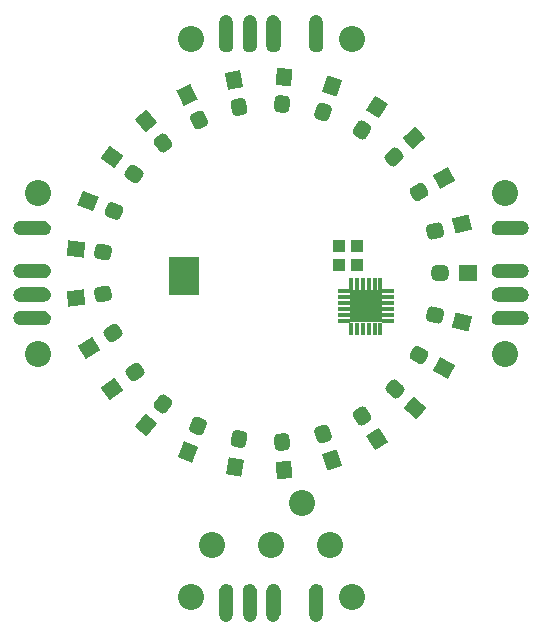
<source format=gts>
G04*
G04 #@! TF.GenerationSoftware,Altium Limited,Altium Designer,23.8.1 (32)*
G04*
G04 Layer_Color=8388736*
%FSLAX44Y44*%
%MOMM*%
G71*
G04*
G04 #@! TF.SameCoordinates,569DF6A4-0AC1-4917-97B5-21C436C54E36*
G04*
G04*
G04 #@! TF.FilePolarity,Negative*
G04*
G01*
G75*
%ADD70R,2.7532X2.7532*%
%ADD71R,0.4532X1.0032*%
%ADD72R,1.0032X0.4532*%
G04:AMPARAMS|DCode=73|XSize=1.4532mm|YSize=1.3032mm|CornerRadius=0.3766mm|HoleSize=0mm|Usage=FLASHONLY|Rotation=260.143|XOffset=0mm|YOffset=0mm|HoleType=Round|Shape=RoundedRectangle|*
%AMROUNDEDRECTD73*
21,1,1.4532,0.5500,0,0,260.143*
21,1,0.7000,1.3032,0,0,260.143*
1,1,0.7532,-0.3309,-0.2978*
1,1,0.7532,-0.2110,0.3919*
1,1,0.7532,0.3309,0.2978*
1,1,0.7532,0.2110,-0.3919*
%
%ADD73ROUNDEDRECTD73*%
G04:AMPARAMS|DCode=74|XSize=1.4532mm|YSize=1.3032mm|CornerRadius=0mm|HoleSize=0mm|Usage=FLASHONLY|Rotation=260.143|XOffset=0mm|YOffset=0mm|HoleType=Round|Shape=Rectangle|*
%AMROTATEDRECTD74*
4,1,4,-0.5176,0.8274,0.7664,0.6043,0.5176,-0.8274,-0.7664,-0.6043,-0.5176,0.8274,0.0*
%
%ADD74ROTATEDRECTD74*%

G04:AMPARAMS|DCode=75|XSize=1.4532mm|YSize=1.3032mm|CornerRadius=0.3766mm|HoleSize=0mm|Usage=FLASHONLY|Rotation=230.400|XOffset=0mm|YOffset=0mm|HoleType=Round|Shape=RoundedRectangle|*
%AMROUNDEDRECTD75*
21,1,1.4532,0.5500,0,0,230.4*
21,1,0.7000,1.3032,0,0,230.4*
1,1,0.7532,-0.4350,-0.0944*
1,1,0.7532,0.0112,0.4450*
1,1,0.7532,0.4350,0.0944*
1,1,0.7532,-0.0112,-0.4450*
%
%ADD75ROUNDEDRECTD75*%
G04:AMPARAMS|DCode=76|XSize=1.4532mm|YSize=1.3032mm|CornerRadius=0mm|HoleSize=0mm|Usage=FLASHONLY|Rotation=230.400|XOffset=0mm|YOffset=0mm|HoleType=Round|Shape=Rectangle|*
%AMROTATEDRECTD76*
4,1,4,-0.0389,0.9752,0.9652,0.1445,0.0389,-0.9752,-0.9652,-0.1445,-0.0389,0.9752,0.0*
%
%ADD76ROTATEDRECTD76*%

G04:AMPARAMS|DCode=77|XSize=1.4532mm|YSize=1.3032mm|CornerRadius=0.3766mm|HoleSize=0mm|Usage=FLASHONLY|Rotation=72.000|XOffset=0mm|YOffset=0mm|HoleType=Round|Shape=RoundedRectangle|*
%AMROUNDEDRECTD77*
21,1,1.4532,0.5500,0,0,72.0*
21,1,0.7000,1.3032,0,0,72.0*
1,1,0.7532,0.3697,0.2479*
1,1,0.7532,0.1534,-0.4178*
1,1,0.7532,-0.3697,-0.2479*
1,1,0.7532,-0.1534,0.4178*
%
%ADD77ROUNDEDRECTD77*%
G04:AMPARAMS|DCode=78|XSize=1.4532mm|YSize=1.3032mm|CornerRadius=0mm|HoleSize=0mm|Usage=FLASHONLY|Rotation=72.000|XOffset=0mm|YOffset=0mm|HoleType=Round|Shape=Rectangle|*
%AMROTATEDRECTD78*
4,1,4,0.3952,-0.8924,-0.8442,-0.4897,-0.3952,0.8924,0.8442,0.4897,0.3952,-0.8924,0.0*
%
%ADD78ROTATEDRECTD78*%

G04:AMPARAMS|DCode=79|XSize=1.4532mm|YSize=1.3032mm|CornerRadius=0.3766mm|HoleSize=0mm|Usage=FLASHONLY|Rotation=302.400|XOffset=0mm|YOffset=0mm|HoleType=Round|Shape=RoundedRectangle|*
%AMROUNDEDRECTD79*
21,1,1.4532,0.5500,0,0,302.4*
21,1,0.7000,1.3032,0,0,302.4*
1,1,0.7532,-0.0447,-0.4429*
1,1,0.7532,-0.4197,0.1482*
1,1,0.7532,0.0447,0.4429*
1,1,0.7532,0.4197,-0.1482*
%
%ADD79ROUNDEDRECTD79*%
G04:AMPARAMS|DCode=80|XSize=1.4532mm|YSize=1.3032mm|CornerRadius=0mm|HoleSize=0mm|Usage=FLASHONLY|Rotation=302.400|XOffset=0mm|YOffset=0mm|HoleType=Round|Shape=Rectangle|*
%AMROTATEDRECTD80*
4,1,4,-0.9395,0.2643,0.1608,0.9626,0.9395,-0.2643,-0.1608,-0.9626,-0.9395,0.2643,0.0*
%
%ADD80ROTATEDRECTD80*%

G04:AMPARAMS|DCode=81|XSize=1.4532mm|YSize=1.3032mm|CornerRadius=0.3766mm|HoleSize=0mm|Usage=FLASHONLY|Rotation=316.800|XOffset=0mm|YOffset=0mm|HoleType=Round|Shape=RoundedRectangle|*
%AMROUNDEDRECTD81*
21,1,1.4532,0.5500,0,0,316.8*
21,1,0.7000,1.3032,0,0,316.8*
1,1,0.7532,0.0669,-0.4401*
1,1,0.7532,-0.4434,0.0391*
1,1,0.7532,-0.0669,0.4401*
1,1,0.7532,0.4434,-0.0391*
%
%ADD81ROUNDEDRECTD81*%
G04:AMPARAMS|DCode=82|XSize=1.4532mm|YSize=1.3032mm|CornerRadius=0mm|HoleSize=0mm|Usage=FLASHONLY|Rotation=316.800|XOffset=0mm|YOffset=0mm|HoleType=Round|Shape=Rectangle|*
%AMROTATEDRECTD82*
4,1,4,-0.9757,0.0224,-0.0836,0.9724,0.9757,-0.0224,0.0836,-0.9724,-0.9757,0.0224,0.0*
%
%ADD82ROTATEDRECTD82*%

G04:AMPARAMS|DCode=83|XSize=1.4532mm|YSize=1.3032mm|CornerRadius=0.3766mm|HoleSize=0mm|Usage=FLASHONLY|Rotation=331.200|XOffset=0mm|YOffset=0mm|HoleType=Round|Shape=RoundedRectangle|*
%AMROUNDEDRECTD83*
21,1,1.4532,0.5500,0,0,331.2*
21,1,0.7000,1.3032,0,0,331.2*
1,1,0.7532,0.1742,-0.4096*
1,1,0.7532,-0.4392,-0.0724*
1,1,0.7532,-0.1742,0.4096*
1,1,0.7532,0.4392,0.0724*
%
%ADD83ROUNDEDRECTD83*%
G04:AMPARAMS|DCode=84|XSize=1.4532mm|YSize=1.3032mm|CornerRadius=0mm|HoleSize=0mm|Usage=FLASHONLY|Rotation=331.200|XOffset=0mm|YOffset=0mm|HoleType=Round|Shape=Rectangle|*
%AMROTATEDRECTD84*
4,1,4,-0.9506,-0.2210,-0.3228,0.9210,0.9506,0.2210,0.3228,-0.9210,-0.9506,-0.2210,0.0*
%
%ADD84ROTATEDRECTD84*%

G04:AMPARAMS|DCode=85|XSize=1.4532mm|YSize=1.3032mm|CornerRadius=0.3766mm|HoleSize=0mm|Usage=FLASHONLY|Rotation=345.600|XOffset=0mm|YOffset=0mm|HoleType=Round|Shape=RoundedRectangle|*
%AMROUNDEDRECTD85*
21,1,1.4532,0.5500,0,0,345.6*
21,1,0.7000,1.3032,0,0,345.6*
1,1,0.7532,0.2706,-0.3534*
1,1,0.7532,-0.4074,-0.1793*
1,1,0.7532,-0.2706,0.3534*
1,1,0.7532,0.4074,0.1793*
%
%ADD85ROUNDEDRECTD85*%
G04:AMPARAMS|DCode=86|XSize=1.4532mm|YSize=1.3032mm|CornerRadius=0mm|HoleSize=0mm|Usage=FLASHONLY|Rotation=345.600|XOffset=0mm|YOffset=0mm|HoleType=Round|Shape=Rectangle|*
%AMROTATEDRECTD86*
4,1,4,-0.8658,-0.4504,-0.5417,0.8118,0.8658,0.4504,0.5417,-0.8118,-0.8658,-0.4504,0.0*
%
%ADD86ROTATEDRECTD86*%

G04:AMPARAMS|DCode=87|XSize=1.4532mm|YSize=1.3032mm|CornerRadius=0.3766mm|HoleSize=0mm|Usage=FLASHONLY|Rotation=0.008|XOffset=0mm|YOffset=0mm|HoleType=Round|Shape=RoundedRectangle|*
%AMROUNDEDRECTD87*
21,1,1.4532,0.5500,0,0,0.008*
21,1,0.7000,1.3032,0,0,0.008*
1,1,0.7532,0.3500,-0.2750*
1,1,0.7532,-0.3500,-0.2751*
1,1,0.7532,-0.3500,0.2750*
1,1,0.7532,0.3500,0.2751*
%
%ADD87ROUNDEDRECTD87*%
G04:AMPARAMS|DCode=88|XSize=1.4532mm|YSize=1.3032mm|CornerRadius=0mm|HoleSize=0mm|Usage=FLASHONLY|Rotation=0.008|XOffset=0mm|YOffset=0mm|HoleType=Round|Shape=Rectangle|*
%AMROTATEDRECTD88*
4,1,4,-0.7265,-0.6517,-0.7267,0.6515,0.7265,0.6517,0.7267,-0.6515,-0.7265,-0.6517,0.0*
%
%ADD88ROTATEDRECTD88*%

G04:AMPARAMS|DCode=89|XSize=1.4532mm|YSize=1.3032mm|CornerRadius=0.3766mm|HoleSize=0mm|Usage=FLASHONLY|Rotation=248.401|XOffset=0mm|YOffset=0mm|HoleType=Round|Shape=RoundedRectangle|*
%AMROUNDEDRECTD89*
21,1,1.4532,0.5500,0,0,248.401*
21,1,0.7000,1.3032,0,0,248.401*
1,1,0.7532,-0.3845,-0.2242*
1,1,0.7532,-0.1269,0.4267*
1,1,0.7532,0.3845,0.2242*
1,1,0.7532,0.1269,-0.4267*
%
%ADD89ROUNDEDRECTD89*%
G04:AMPARAMS|DCode=90|XSize=1.4532mm|YSize=1.3032mm|CornerRadius=0mm|HoleSize=0mm|Usage=FLASHONLY|Rotation=248.401|XOffset=0mm|YOffset=0mm|HoleType=Round|Shape=Rectangle|*
%AMROTATEDRECTD90*
4,1,4,-0.3384,0.9154,0.8733,0.4357,0.3384,-0.9154,-0.8733,-0.4357,-0.3384,0.9154,0.0*
%
%ADD90ROTATEDRECTD90*%

G04:AMPARAMS|DCode=91|XSize=1.4532mm|YSize=1.3032mm|CornerRadius=0.3766mm|HoleSize=0mm|Usage=FLASHONLY|Rotation=273.600|XOffset=0mm|YOffset=0mm|HoleType=Round|Shape=RoundedRectangle|*
%AMROUNDEDRECTD91*
21,1,1.4532,0.5500,0,0,273.6*
21,1,0.7000,1.3032,0,0,273.6*
1,1,0.7532,-0.2525,-0.3666*
1,1,0.7532,-0.2964,0.3320*
1,1,0.7532,0.2525,0.3666*
1,1,0.7532,0.2964,-0.3320*
%
%ADD91ROUNDEDRECTD91*%
G04:AMPARAMS|DCode=92|XSize=1.4532mm|YSize=1.3032mm|CornerRadius=0mm|HoleSize=0mm|Usage=FLASHONLY|Rotation=273.600|XOffset=0mm|YOffset=0mm|HoleType=Round|Shape=Rectangle|*
%AMROTATEDRECTD92*
4,1,4,-0.6959,0.6843,0.6047,0.7661,0.6959,-0.6843,-0.6047,-0.7661,-0.6959,0.6843,0.0*
%
%ADD92ROTATEDRECTD92*%

G04:AMPARAMS|DCode=93|XSize=1.4532mm|YSize=1.3032mm|CornerRadius=0.3766mm|HoleSize=0mm|Usage=FLASHONLY|Rotation=288.000|XOffset=0mm|YOffset=0mm|HoleType=Round|Shape=RoundedRectangle|*
%AMROUNDEDRECTD93*
21,1,1.4532,0.5500,0,0,288.0*
21,1,0.7000,1.3032,0,0,288.0*
1,1,0.7532,-0.1534,-0.4178*
1,1,0.7532,-0.3697,0.2479*
1,1,0.7532,0.1534,0.4178*
1,1,0.7532,0.3697,-0.2479*
%
%ADD93ROUNDEDRECTD93*%
G04:AMPARAMS|DCode=94|XSize=1.4532mm|YSize=1.3032mm|CornerRadius=0mm|HoleSize=0mm|Usage=FLASHONLY|Rotation=288.000|XOffset=0mm|YOffset=0mm|HoleType=Round|Shape=Rectangle|*
%AMROTATEDRECTD94*
4,1,4,-0.8442,0.4897,0.3952,0.8924,0.8442,-0.4897,-0.3952,-0.8924,-0.8442,0.4897,0.0*
%
%ADD94ROTATEDRECTD94*%

G04:AMPARAMS|DCode=95|XSize=1.4532mm|YSize=1.3032mm|CornerRadius=0.3766mm|HoleSize=0mm|Usage=FLASHONLY|Rotation=158.400|XOffset=0mm|YOffset=0mm|HoleType=Round|Shape=RoundedRectangle|*
%AMROUNDEDRECTD95*
21,1,1.4532,0.5500,0,0,158.4*
21,1,0.7000,1.3032,0,0,158.4*
1,1,0.7532,-0.2242,0.3845*
1,1,0.7532,0.4267,0.1269*
1,1,0.7532,0.2242,-0.3845*
1,1,0.7532,-0.4267,-0.1269*
%
%ADD95ROUNDEDRECTD95*%
G04:AMPARAMS|DCode=96|XSize=1.4532mm|YSize=1.3032mm|CornerRadius=0mm|HoleSize=0mm|Usage=FLASHONLY|Rotation=158.400|XOffset=0mm|YOffset=0mm|HoleType=Round|Shape=Rectangle|*
%AMROTATEDRECTD96*
4,1,4,0.9155,0.3384,0.4357,-0.8733,-0.9155,-0.3384,-0.4357,0.8733,0.9155,0.3384,0.0*
%
%ADD96ROTATEDRECTD96*%

G04:AMPARAMS|DCode=97|XSize=1.4532mm|YSize=1.3032mm|CornerRadius=0.3766mm|HoleSize=0mm|Usage=FLASHONLY|Rotation=172.800|XOffset=0mm|YOffset=0mm|HoleType=Round|Shape=RoundedRectangle|*
%AMROUNDEDRECTD97*
21,1,1.4532,0.5500,0,0,172.8*
21,1,0.7000,1.3032,0,0,172.8*
1,1,0.7532,-0.3128,0.3167*
1,1,0.7532,0.3817,0.2290*
1,1,0.7532,0.3128,-0.3167*
1,1,0.7532,-0.3817,-0.2290*
%
%ADD97ROUNDEDRECTD97*%
G04:AMPARAMS|DCode=98|XSize=1.4532mm|YSize=1.3032mm|CornerRadius=0mm|HoleSize=0mm|Usage=FLASHONLY|Rotation=172.800|XOffset=0mm|YOffset=0mm|HoleType=Round|Shape=Rectangle|*
%AMROTATEDRECTD98*
4,1,4,0.8025,0.5554,0.6392,-0.7375,-0.8025,-0.5554,-0.6392,0.7375,0.8025,0.5554,0.0*
%
%ADD98ROTATEDRECTD98*%

G04:AMPARAMS|DCode=99|XSize=1.4532mm|YSize=1.3032mm|CornerRadius=0.3766mm|HoleSize=0mm|Usage=FLASHONLY|Rotation=187.200|XOffset=0mm|YOffset=0mm|HoleType=Round|Shape=RoundedRectangle|*
%AMROUNDEDRECTD99*
21,1,1.4532,0.5500,0,0,187.2*
21,1,0.7000,1.3032,0,0,187.2*
1,1,0.7532,-0.3817,0.2290*
1,1,0.7532,0.3128,0.3167*
1,1,0.7532,0.3817,-0.2290*
1,1,0.7532,-0.3128,-0.3167*
%
%ADD99ROUNDEDRECTD99*%
G04:AMPARAMS|DCode=100|XSize=1.4532mm|YSize=1.3032mm|CornerRadius=0mm|HoleSize=0mm|Usage=FLASHONLY|Rotation=187.200|XOffset=0mm|YOffset=0mm|HoleType=Round|Shape=Rectangle|*
%AMROTATEDRECTD100*
4,1,4,0.6392,0.7375,0.8025,-0.5554,-0.6392,-0.7375,-0.8025,0.5554,0.6392,0.7375,0.0*
%
%ADD100ROTATEDRECTD100*%

G04:AMPARAMS|DCode=101|XSize=1.4532mm|YSize=1.3032mm|CornerRadius=0.3766mm|HoleSize=0mm|Usage=FLASHONLY|Rotation=211.921|XOffset=0mm|YOffset=0mm|HoleType=Round|Shape=RoundedRectangle|*
%AMROUNDEDRECTD101*
21,1,1.4532,0.5500,0,0,211.921*
21,1,0.7000,1.3032,0,0,211.921*
1,1,0.7532,-0.4425,0.0484*
1,1,0.7532,0.1517,0.4185*
1,1,0.7532,0.4425,-0.0484*
1,1,0.7532,-0.1517,-0.4185*
%
%ADD101ROUNDEDRECTD101*%
G04:AMPARAMS|DCode=102|XSize=1.4532mm|YSize=1.3032mm|CornerRadius=0mm|HoleSize=0mm|Usage=FLASHONLY|Rotation=211.921|XOffset=0mm|YOffset=0mm|HoleType=Round|Shape=Rectangle|*
%AMROTATEDRECTD102*
4,1,4,0.2722,0.9373,0.9613,-0.1689,-0.2722,-0.9373,-0.9613,0.1689,0.2722,0.9373,0.0*
%
%ADD102ROTATEDRECTD102*%

G04:AMPARAMS|DCode=103|XSize=1.4532mm|YSize=1.3032mm|CornerRadius=0.3766mm|HoleSize=0mm|Usage=FLASHONLY|Rotation=215.804|XOffset=0mm|YOffset=0mm|HoleType=Round|Shape=RoundedRectangle|*
%AMROUNDEDRECTD103*
21,1,1.4532,0.5500,0,0,215.804*
21,1,0.7000,1.3032,0,0,215.804*
1,1,0.7532,-0.4447,0.0183*
1,1,0.7532,0.1230,0.4278*
1,1,0.7532,0.4447,-0.0183*
1,1,0.7532,-0.1230,-0.4278*
%
%ADD103ROUNDEDRECTD103*%
G04:AMPARAMS|DCode=104|XSize=1.4532mm|YSize=1.3032mm|CornerRadius=0mm|HoleSize=0mm|Usage=FLASHONLY|Rotation=215.804|XOffset=0mm|YOffset=0mm|HoleType=Round|Shape=Rectangle|*
%AMROTATEDRECTD104*
4,1,4,0.2081,0.9535,0.9705,-0.1034,-0.2081,-0.9535,-0.9705,0.1034,0.2081,0.9535,0.0*
%
%ADD104ROTATEDRECTD104*%

G04:AMPARAMS|DCode=105|XSize=1.4532mm|YSize=1.3032mm|CornerRadius=0.3766mm|HoleSize=0mm|Usage=FLASHONLY|Rotation=86.400|XOffset=0mm|YOffset=0mm|HoleType=Round|Shape=RoundedRectangle|*
%AMROUNDEDRECTD105*
21,1,1.4532,0.5500,0,0,86.4*
21,1,0.7000,1.3032,0,0,86.4*
1,1,0.7532,0.2964,0.3320*
1,1,0.7532,0.2525,-0.3666*
1,1,0.7532,-0.2964,-0.3320*
1,1,0.7532,-0.2525,0.3666*
%
%ADD105ROUNDEDRECTD105*%
G04:AMPARAMS|DCode=106|XSize=1.4532mm|YSize=1.3032mm|CornerRadius=0mm|HoleSize=0mm|Usage=FLASHONLY|Rotation=86.400|XOffset=0mm|YOffset=0mm|HoleType=Round|Shape=Rectangle|*
%AMROTATEDRECTD106*
4,1,4,0.6047,-0.7661,-0.6959,-0.6843,-0.6047,0.7661,0.6959,0.6843,0.6047,-0.7661,0.0*
%
%ADD106ROTATEDRECTD106*%

G04:AMPARAMS|DCode=107|XSize=1.4532mm|YSize=1.3032mm|CornerRadius=0.3766mm|HoleSize=0mm|Usage=FLASHONLY|Rotation=100.800|XOffset=0mm|YOffset=0mm|HoleType=Round|Shape=RoundedRectangle|*
%AMROUNDEDRECTD107*
21,1,1.4532,0.5500,0,0,100.8*
21,1,0.7000,1.3032,0,0,100.8*
1,1,0.7532,0.2046,0.3953*
1,1,0.7532,0.3357,-0.2923*
1,1,0.7532,-0.2046,-0.3953*
1,1,0.7532,-0.3357,0.2923*
%
%ADD107ROUNDEDRECTD107*%
G04:AMPARAMS|DCode=108|XSize=1.4532mm|YSize=1.3032mm|CornerRadius=0mm|HoleSize=0mm|Usage=FLASHONLY|Rotation=100.800|XOffset=0mm|YOffset=0mm|HoleType=Round|Shape=Rectangle|*
%AMROTATEDRECTD108*
4,1,4,0.7762,-0.5916,-0.5039,-0.8358,-0.7762,0.5916,0.5039,0.8358,0.7762,-0.5916,0.0*
%
%ADD108ROTATEDRECTD108*%

G04:AMPARAMS|DCode=109|XSize=1.4532mm|YSize=1.3032mm|CornerRadius=0.3766mm|HoleSize=0mm|Usage=FLASHONLY|Rotation=115.200|XOffset=0mm|YOffset=0mm|HoleType=Round|Shape=RoundedRectangle|*
%AMROUNDEDRECTD109*
21,1,1.4532,0.5500,0,0,115.2*
21,1,0.7000,1.3032,0,0,115.2*
1,1,0.7532,0.0998,0.4338*
1,1,0.7532,0.3979,-0.1996*
1,1,0.7532,-0.0998,-0.4338*
1,1,0.7532,-0.3979,0.1996*
%
%ADD109ROUNDEDRECTD109*%
G04:AMPARAMS|DCode=110|XSize=1.4532mm|YSize=1.3032mm|CornerRadius=0mm|HoleSize=0mm|Usage=FLASHONLY|Rotation=115.200|XOffset=0mm|YOffset=0mm|HoleType=Round|Shape=Rectangle|*
%AMROTATEDRECTD110*
4,1,4,0.8990,-0.3800,-0.2802,-0.9349,-0.8990,0.3800,0.2802,0.9349,0.8990,-0.3800,0.0*
%
%ADD110ROTATEDRECTD110*%

G04:AMPARAMS|DCode=111|XSize=1.4532mm|YSize=1.3032mm|CornerRadius=0.3766mm|HoleSize=0mm|Usage=FLASHONLY|Rotation=129.600|XOffset=0mm|YOffset=0mm|HoleType=Round|Shape=RoundedRectangle|*
%AMROUNDEDRECTD111*
21,1,1.4532,0.5500,0,0,129.6*
21,1,0.7000,1.3032,0,0,129.6*
1,1,0.7532,-0.0112,0.4450*
1,1,0.7532,0.4350,-0.0944*
1,1,0.7532,0.0112,-0.4450*
1,1,0.7532,-0.4350,0.0944*
%
%ADD111ROUNDEDRECTD111*%
G04:AMPARAMS|DCode=112|XSize=1.4532mm|YSize=1.3032mm|CornerRadius=0mm|HoleSize=0mm|Usage=FLASHONLY|Rotation=129.600|XOffset=0mm|YOffset=0mm|HoleType=Round|Shape=Rectangle|*
%AMROTATEDRECTD112*
4,1,4,0.9652,-0.1445,-0.0389,-0.9752,-0.9652,0.1445,0.0389,0.9752,0.9652,-0.1445,0.0*
%
%ADD112ROTATEDRECTD112*%

G04:AMPARAMS|DCode=113|XSize=1.4532mm|YSize=1.3032mm|CornerRadius=0.3766mm|HoleSize=0mm|Usage=FLASHONLY|Rotation=144.000|XOffset=0mm|YOffset=0mm|HoleType=Round|Shape=RoundedRectangle|*
%AMROUNDEDRECTD113*
21,1,1.4532,0.5500,0,0,144.0*
21,1,0.7000,1.3032,0,0,144.0*
1,1,0.7532,-0.1215,0.4282*
1,1,0.7532,0.4448,0.0168*
1,1,0.7532,0.1215,-0.4282*
1,1,0.7532,-0.4448,-0.0168*
%
%ADD113ROUNDEDRECTD113*%
G04:AMPARAMS|DCode=114|XSize=1.4532mm|YSize=1.3032mm|CornerRadius=0mm|HoleSize=0mm|Usage=FLASHONLY|Rotation=144.000|XOffset=0mm|YOffset=0mm|HoleType=Round|Shape=Rectangle|*
%AMROTATEDRECTD114*
4,1,4,0.9708,0.1001,0.2048,-0.9542,-0.9708,-0.1001,-0.2048,0.9542,0.9708,0.1001,0.0*
%
%ADD114ROTATEDRECTD114*%

G04:AMPARAMS|DCode=115|XSize=1.4532mm|YSize=1.3032mm|CornerRadius=0.3766mm|HoleSize=0mm|Usage=FLASHONLY|Rotation=14.400|XOffset=0mm|YOffset=0mm|HoleType=Round|Shape=RoundedRectangle|*
%AMROUNDEDRECTD115*
21,1,1.4532,0.5500,0,0,14.4*
21,1,0.7000,1.3032,0,0,14.4*
1,1,0.7532,0.4074,-0.1793*
1,1,0.7532,-0.2706,-0.3534*
1,1,0.7532,-0.4074,0.1793*
1,1,0.7532,0.2706,0.3534*
%
%ADD115ROUNDEDRECTD115*%
G04:AMPARAMS|DCode=116|XSize=1.4532mm|YSize=1.3032mm|CornerRadius=0mm|HoleSize=0mm|Usage=FLASHONLY|Rotation=14.400|XOffset=0mm|YOffset=0mm|HoleType=Round|Shape=Rectangle|*
%AMROTATEDRECTD116*
4,1,4,-0.5417,-0.8118,-0.8658,0.4504,0.5417,0.8118,0.8658,-0.4504,-0.5417,-0.8118,0.0*
%
%ADD116ROTATEDRECTD116*%

G04:AMPARAMS|DCode=117|XSize=1.4532mm|YSize=1.3032mm|CornerRadius=0.3766mm|HoleSize=0mm|Usage=FLASHONLY|Rotation=28.795|XOffset=0mm|YOffset=0mm|HoleType=Round|Shape=RoundedRectangle|*
%AMROUNDEDRECTD117*
21,1,1.4532,0.5500,0,0,28.795*
21,1,0.7000,1.3032,0,0,28.795*
1,1,0.7532,0.4392,-0.0724*
1,1,0.7532,-0.1743,-0.4096*
1,1,0.7532,-0.4392,0.0724*
1,1,0.7532,0.1743,0.4096*
%
%ADD117ROUNDEDRECTD117*%
G04:AMPARAMS|DCode=118|XSize=1.4532mm|YSize=1.3032mm|CornerRadius=0mm|HoleSize=0mm|Usage=FLASHONLY|Rotation=28.795|XOffset=0mm|YOffset=0mm|HoleType=Round|Shape=Rectangle|*
%AMROTATEDRECTD118*
4,1,4,-0.3229,-0.9210,-0.9506,0.2210,0.3229,0.9210,0.9506,-0.2210,-0.3229,-0.9210,0.0*
%
%ADD118ROTATEDRECTD118*%

G04:AMPARAMS|DCode=119|XSize=1.4532mm|YSize=1.3032mm|CornerRadius=0.3766mm|HoleSize=0mm|Usage=FLASHONLY|Rotation=43.457|XOffset=0mm|YOffset=0mm|HoleType=Round|Shape=RoundedRectangle|*
%AMROUNDEDRECTD119*
21,1,1.4532,0.5500,0,0,43.457*
21,1,0.7000,1.3032,0,0,43.457*
1,1,0.7532,0.4432,0.0411*
1,1,0.7532,-0.0649,-0.4404*
1,1,0.7532,-0.4432,-0.0411*
1,1,0.7532,0.0649,0.4404*
%
%ADD119ROUNDEDRECTD119*%
G04:AMPARAMS|DCode=120|XSize=1.4532mm|YSize=1.3032mm|CornerRadius=0mm|HoleSize=0mm|Usage=FLASHONLY|Rotation=43.457|XOffset=0mm|YOffset=0mm|HoleType=Round|Shape=Rectangle|*
%AMROTATEDRECTD120*
4,1,4,-0.0793,-0.9727,-0.9756,-0.0268,0.0793,0.9727,0.9756,0.0268,-0.0793,-0.9727,0.0*
%
%ADD120ROTATEDRECTD120*%

G04:AMPARAMS|DCode=121|XSize=1.4532mm|YSize=1.3032mm|CornerRadius=0.3766mm|HoleSize=0mm|Usage=FLASHONLY|Rotation=57.600|XOffset=0mm|YOffset=0mm|HoleType=Round|Shape=RoundedRectangle|*
%AMROUNDEDRECTD121*
21,1,1.4532,0.5500,0,0,57.6*
21,1,0.7000,1.3032,0,0,57.6*
1,1,0.7532,0.4197,0.1482*
1,1,0.7532,0.0447,-0.4429*
1,1,0.7532,-0.4197,-0.1482*
1,1,0.7532,-0.0447,0.4429*
%
%ADD121ROUNDEDRECTD121*%
G04:AMPARAMS|DCode=122|XSize=1.4532mm|YSize=1.3032mm|CornerRadius=0mm|HoleSize=0mm|Usage=FLASHONLY|Rotation=57.600|XOffset=0mm|YOffset=0mm|HoleType=Round|Shape=Rectangle|*
%AMROTATEDRECTD122*
4,1,4,0.1608,-0.9626,-0.9395,-0.2643,-0.1608,0.9626,0.9395,0.2643,0.1608,-0.9626,0.0*
%
%ADD122ROTATEDRECTD122*%

%ADD123R,1.0032X1.0032*%
%ADD124C,1.2032*%
%ADD125C,2.2032*%
%ADD126R,2.5032X3.2032*%
G36*
X7033Y214009D02*
X7164Y213983D01*
X7290Y213941D01*
X7409Y213882D01*
X7520Y213808D01*
X7620Y213720D01*
X7708Y213620D01*
X7782Y213509D01*
X7841Y213390D01*
X7883Y213263D01*
X7910Y213133D01*
X7918Y213000D01*
Y193000D01*
Y192507D01*
X7916Y192474D01*
Y192441D01*
X7912Y192408D01*
X7910Y192375D01*
X7903Y192342D01*
X7899Y192309D01*
X7707Y191343D01*
X7698Y191311D01*
X7691Y191278D01*
X7681Y191246D01*
X7672Y191214D01*
X7659Y191183D01*
X7649Y191152D01*
X7272Y190242D01*
X7257Y190212D01*
X7244Y190181D01*
X7227Y190152D01*
X7213Y190123D01*
X7194Y190095D01*
X7178Y190066D01*
X6630Y189247D01*
X6610Y189221D01*
X6592Y189193D01*
X6569Y189168D01*
X6549Y189141D01*
X6526Y189118D01*
X6504Y189093D01*
X5807Y188396D01*
X5782Y188374D01*
X5759Y188351D01*
X5732Y188330D01*
X5707Y188309D01*
X5679Y188290D01*
X5653Y188270D01*
X4834Y187722D01*
X4805Y187706D01*
X4778Y187687D01*
X4748Y187673D01*
X4719Y187656D01*
X4688Y187643D01*
X4658Y187628D01*
X3748Y187251D01*
X3717Y187241D01*
X3686Y187228D01*
X3653Y187219D01*
X3622Y187209D01*
X3589Y187202D01*
X3557Y187194D01*
X2591Y187001D01*
X2558Y186997D01*
X2525Y186991D01*
X2492Y186988D01*
X2459Y186984D01*
X2426D01*
X2393Y186982D01*
X1408D01*
X1374Y186984D01*
X1341D01*
X1308Y186988D01*
X1275Y186991D01*
X1242Y186997D01*
X1209Y187001D01*
X243Y187194D01*
X211Y187202D01*
X178Y187209D01*
X147Y187219D01*
X114Y187228D01*
X83Y187241D01*
X52Y187251D01*
X-858Y187628D01*
X-888Y187643D01*
X-919Y187656D01*
X-948Y187673D01*
X-978Y187687D01*
X-1005Y187706D01*
X-1034Y187722D01*
X-1853Y188270D01*
X-1879Y188290D01*
X-1907Y188309D01*
X-1932Y188330D01*
X-1959Y188351D01*
X-1982Y188374D01*
X-2007Y188396D01*
X-2704Y189093D01*
X-2726Y189118D01*
X-2749Y189141D01*
X-2770Y189168D01*
X-2792Y189193D01*
X-2810Y189221D01*
X-2830Y189247D01*
X-3377Y190066D01*
X-3394Y190095D01*
X-3413Y190123D01*
X-3427Y190152D01*
X-3444Y190181D01*
X-3457Y190212D01*
X-3472Y190242D01*
X-3848Y191152D01*
X-3859Y191183D01*
X-3872Y191214D01*
X-3881Y191247D01*
X-3891Y191278D01*
X-3898Y191311D01*
X-3907Y191343D01*
X-4099Y192309D01*
X-4103Y192342D01*
X-4110Y192375D01*
X-4112Y192408D01*
X-4116Y192441D01*
Y192474D01*
X-4118Y192507D01*
Y193000D01*
Y213000D01*
X-4110Y213133D01*
X-4083Y213263D01*
X-4041Y213390D01*
X-3982Y213509D01*
X-3908Y213620D01*
X-3820Y213720D01*
X-3720Y213808D01*
X-3609Y213882D01*
X-3490Y213941D01*
X-3363Y213983D01*
X-3233Y214009D01*
X-3100Y214018D01*
X6900D01*
X7033Y214009D01*
D02*
G37*
G36*
X-32967D02*
X-32836Y213983D01*
X-32710Y213941D01*
X-32591Y213882D01*
X-32480Y213808D01*
X-32380Y213720D01*
X-32292Y213620D01*
X-32218Y213509D01*
X-32159Y213390D01*
X-32116Y213263D01*
X-32090Y213133D01*
X-32082Y213000D01*
Y193000D01*
Y192507D01*
X-32084Y192474D01*
Y192441D01*
X-32088Y192408D01*
X-32090Y192375D01*
X-32097Y192342D01*
X-32101Y192309D01*
X-32294Y191343D01*
X-32302Y191311D01*
X-32309Y191278D01*
X-32319Y191246D01*
X-32328Y191214D01*
X-32341Y191183D01*
X-32352Y191152D01*
X-32728Y190242D01*
X-32743Y190212D01*
X-32756Y190181D01*
X-32773Y190152D01*
X-32787Y190123D01*
X-32806Y190095D01*
X-32822Y190066D01*
X-33370Y189247D01*
X-33390Y189221D01*
X-33409Y189193D01*
X-33431Y189168D01*
X-33451Y189141D01*
X-33474Y189118D01*
X-33496Y189093D01*
X-34193Y188396D01*
X-34218Y188374D01*
X-34241Y188351D01*
X-34268Y188330D01*
X-34293Y188309D01*
X-34321Y188290D01*
X-34347Y188270D01*
X-35166Y187722D01*
X-35195Y187706D01*
X-35222Y187687D01*
X-35252Y187673D01*
X-35281Y187656D01*
X-35312Y187643D01*
X-35342Y187628D01*
X-36252Y187251D01*
X-36284Y187241D01*
X-36314Y187228D01*
X-36347Y187219D01*
X-36378Y187209D01*
X-36411Y187202D01*
X-36443Y187194D01*
X-37409Y187001D01*
X-37442Y186997D01*
X-37475Y186991D01*
X-37508Y186988D01*
X-37541Y186984D01*
X-37574D01*
X-37608Y186982D01*
X-38593D01*
X-38626Y186984D01*
X-38659D01*
X-38692Y186988D01*
X-38725Y186991D01*
X-38758Y186997D01*
X-38791Y187001D01*
X-39757Y187194D01*
X-39789Y187202D01*
X-39822Y187209D01*
X-39853Y187219D01*
X-39886Y187228D01*
X-39917Y187241D01*
X-39948Y187251D01*
X-40858Y187628D01*
X-40888Y187643D01*
X-40919Y187656D01*
X-40948Y187673D01*
X-40978Y187687D01*
X-41005Y187706D01*
X-41034Y187722D01*
X-41853Y188270D01*
X-41879Y188290D01*
X-41907Y188309D01*
X-41932Y188330D01*
X-41959Y188351D01*
X-41982Y188374D01*
X-42007Y188396D01*
X-42704Y189093D01*
X-42726Y189118D01*
X-42749Y189141D01*
X-42769Y189168D01*
X-42792Y189193D01*
X-42810Y189221D01*
X-42830Y189247D01*
X-43377Y190066D01*
X-43394Y190095D01*
X-43413Y190123D01*
X-43427Y190152D01*
X-43444Y190181D01*
X-43457Y190212D01*
X-43472Y190242D01*
X-43849Y191152D01*
X-43859Y191183D01*
X-43872Y191214D01*
X-43881Y191247D01*
X-43891Y191278D01*
X-43898Y191311D01*
X-43906Y191343D01*
X-44099Y192309D01*
X-44103Y192342D01*
X-44110Y192375D01*
X-44112Y192408D01*
X-44116Y192441D01*
Y192474D01*
X-44118Y192507D01*
Y193000D01*
Y213000D01*
X-44110Y213133D01*
X-44083Y213263D01*
X-44041Y213390D01*
X-43982Y213509D01*
X-43908Y213620D01*
X-43820Y213720D01*
X-43720Y213808D01*
X-43609Y213882D01*
X-43490Y213941D01*
X-43363Y213983D01*
X-43233Y214009D01*
X-43100Y214018D01*
X-33100D01*
X-32967Y214009D01*
D02*
G37*
G36*
X43233Y214009D02*
X43363Y213983D01*
X43490Y213941D01*
X43609Y213882D01*
X43720Y213808D01*
X43820Y213720D01*
X43908Y213620D01*
X43982Y213509D01*
X44041Y213390D01*
X44083Y213263D01*
X44110Y213133D01*
X44118Y213000D01*
Y193000D01*
Y192507D01*
X44116Y192474D01*
Y192441D01*
X44112Y192408D01*
X44110Y192375D01*
X44103Y192342D01*
X44099Y192309D01*
X43906Y191343D01*
X43898Y191311D01*
X43891Y191278D01*
X43881Y191246D01*
X43872Y191214D01*
X43859Y191183D01*
X43849Y191152D01*
X43472Y190242D01*
X43457Y190212D01*
X43444Y190181D01*
X43427Y190152D01*
X43413Y190123D01*
X43394Y190095D01*
X43377Y190066D01*
X42830Y189247D01*
X42810Y189221D01*
X42792Y189193D01*
X42769Y189168D01*
X42749Y189141D01*
X42726Y189118D01*
X42704Y189093D01*
X42007Y188396D01*
X41982Y188374D01*
X41959Y188351D01*
X41932Y188330D01*
X41907Y188308D01*
X41879Y188290D01*
X41853Y188270D01*
X41034Y187722D01*
X41005Y187706D01*
X40978Y187687D01*
X40948Y187673D01*
X40919Y187656D01*
X40888Y187643D01*
X40858Y187628D01*
X39948Y187251D01*
X39917Y187241D01*
X39886Y187228D01*
X39853Y187219D01*
X39822Y187209D01*
X39790Y187202D01*
X39757Y187194D01*
X38791Y187001D01*
X38758Y186997D01*
X38725Y186991D01*
X38692Y186988D01*
X38659Y186984D01*
X38626D01*
X38593Y186982D01*
X37608D01*
X37574Y186984D01*
X37541D01*
X37508Y186988D01*
X37475Y186991D01*
X37442Y186997D01*
X37409Y187001D01*
X36443Y187194D01*
X36411Y187202D01*
X36378Y187209D01*
X36347Y187219D01*
X36314Y187228D01*
X36284Y187241D01*
X36252Y187251D01*
X35342Y187628D01*
X35312Y187643D01*
X35281Y187656D01*
X35252Y187673D01*
X35222Y187687D01*
X35195Y187706D01*
X35166Y187722D01*
X34347Y188270D01*
X34321Y188290D01*
X34293Y188308D01*
X34268Y188330D01*
X34241Y188351D01*
X34218Y188374D01*
X34193Y188396D01*
X33496Y189093D01*
X33474Y189118D01*
X33451Y189141D01*
X33431Y189168D01*
X33409Y189193D01*
X33390Y189221D01*
X33370Y189247D01*
X32822Y190066D01*
X32806Y190095D01*
X32787Y190123D01*
X32773Y190152D01*
X32756Y190181D01*
X32743Y190212D01*
X32728Y190242D01*
X32352Y191152D01*
X32341Y191183D01*
X32328Y191214D01*
X32319Y191246D01*
X32309Y191278D01*
X32302Y191311D01*
X32294Y191343D01*
X32101Y192309D01*
X32097Y192342D01*
X32090Y192375D01*
X32088Y192408D01*
X32084Y192441D01*
Y192474D01*
X32082Y192507D01*
Y193000D01*
Y213000D01*
X32090Y213133D01*
X32116Y213263D01*
X32159Y213390D01*
X32218Y213509D01*
X32292Y213620D01*
X32380Y213720D01*
X32480Y213808D01*
X32591Y213882D01*
X32710Y213941D01*
X32836Y213983D01*
X32967Y214009D01*
X33100Y214018D01*
X43100D01*
X43233Y214009D01*
D02*
G37*
G36*
X-12967D02*
X-12837Y213983D01*
X-12710Y213941D01*
X-12591Y213882D01*
X-12480Y213808D01*
X-12380Y213720D01*
X-12292Y213620D01*
X-12218Y213509D01*
X-12159Y213390D01*
X-12117Y213263D01*
X-12091Y213133D01*
X-12082Y213000D01*
Y193000D01*
Y192507D01*
X-12084Y192474D01*
Y192441D01*
X-12088Y192408D01*
X-12091Y192375D01*
X-12097Y192342D01*
X-12101Y192309D01*
X-12293Y191343D01*
X-12302Y191311D01*
X-12309Y191278D01*
X-12319Y191246D01*
X-12328Y191214D01*
X-12341Y191183D01*
X-12351Y191152D01*
X-12728Y190242D01*
X-12743Y190212D01*
X-12756Y190181D01*
X-12773Y190152D01*
X-12787Y190123D01*
X-12806Y190095D01*
X-12823Y190066D01*
X-13370Y189247D01*
X-13390Y189221D01*
X-13408Y189193D01*
X-13431Y189168D01*
X-13451Y189141D01*
X-13474Y189118D01*
X-13496Y189093D01*
X-14193Y188396D01*
X-14218Y188374D01*
X-14241Y188351D01*
X-14268Y188330D01*
X-14293Y188308D01*
X-14320Y188290D01*
X-14347Y188270D01*
X-15166Y187722D01*
X-15195Y187706D01*
X-15223Y187687D01*
X-15252Y187673D01*
X-15281Y187656D01*
X-15312Y187643D01*
X-15342Y187628D01*
X-16252Y187251D01*
X-16284Y187241D01*
X-16314Y187228D01*
X-16347Y187219D01*
X-16378Y187209D01*
X-16410Y187202D01*
X-16443Y187194D01*
X-17409Y187001D01*
X-17442Y186997D01*
X-17475Y186991D01*
X-17508Y186988D01*
X-17541Y186984D01*
X-17574D01*
X-17608Y186982D01*
X-18592D01*
X-18626Y186984D01*
X-18659D01*
X-18692Y186988D01*
X-18725Y186991D01*
X-18758Y186997D01*
X-18791Y187001D01*
X-19757Y187194D01*
X-19789Y187202D01*
X-19822Y187209D01*
X-19853Y187219D01*
X-19886Y187228D01*
X-19916Y187241D01*
X-19948Y187251D01*
X-20858Y187628D01*
X-20888Y187643D01*
X-20919Y187656D01*
X-20948Y187673D01*
X-20977Y187687D01*
X-21005Y187706D01*
X-21034Y187722D01*
X-21853Y188270D01*
X-21879Y188290D01*
X-21907Y188308D01*
X-21932Y188330D01*
X-21959Y188351D01*
X-21982Y188374D01*
X-22007Y188396D01*
X-22704Y189093D01*
X-22726Y189118D01*
X-22749Y189141D01*
X-22769Y189168D01*
X-22792Y189193D01*
X-22810Y189221D01*
X-22830Y189247D01*
X-23377Y190066D01*
X-23394Y190095D01*
X-23413Y190123D01*
X-23427Y190152D01*
X-23444Y190181D01*
X-23457Y190212D01*
X-23472Y190242D01*
X-23849Y191152D01*
X-23859Y191183D01*
X-23872Y191214D01*
X-23881Y191246D01*
X-23891Y191278D01*
X-23898Y191311D01*
X-23907Y191343D01*
X-24099Y192309D01*
X-24103Y192342D01*
X-24109Y192375D01*
X-24112Y192408D01*
X-24116Y192441D01*
Y192474D01*
X-24118Y192507D01*
Y193000D01*
Y213000D01*
X-24109Y213133D01*
X-24083Y213263D01*
X-24041Y213390D01*
X-23982Y213509D01*
X-23908Y213620D01*
X-23820Y213720D01*
X-23720Y213808D01*
X-23609Y213882D01*
X-23490Y213941D01*
X-23363Y213983D01*
X-23233Y214009D01*
X-23100Y214018D01*
X-13100D01*
X-12967Y214009D01*
D02*
G37*
G36*
X-192157Y44118D02*
X-192124Y44116D01*
X-192091D01*
X-192058Y44112D01*
X-192025Y44110D01*
X-191992Y44103D01*
X-191959Y44099D01*
X-190993Y43906D01*
X-190961Y43898D01*
X-190928Y43891D01*
X-190896Y43881D01*
X-190864Y43872D01*
X-190834Y43859D01*
X-190802Y43849D01*
X-189892Y43472D01*
X-189862Y43457D01*
X-189831Y43444D01*
X-189802Y43427D01*
X-189772Y43413D01*
X-189745Y43394D01*
X-189716Y43377D01*
X-188897Y42830D01*
X-188871Y42810D01*
X-188843Y42792D01*
X-188818Y42769D01*
X-188791Y42749D01*
X-188768Y42726D01*
X-188743Y42704D01*
X-188046Y42007D01*
X-188024Y41982D01*
X-188001Y41959D01*
X-187980Y41932D01*
X-187959Y41907D01*
X-187940Y41880D01*
X-187920Y41853D01*
X-187372Y41034D01*
X-187356Y41005D01*
X-187337Y40978D01*
X-187323Y40948D01*
X-187306Y40919D01*
X-187293Y40888D01*
X-187278Y40858D01*
X-186901Y39948D01*
X-186891Y39917D01*
X-186878Y39886D01*
X-186869Y39853D01*
X-186859Y39822D01*
X-186852Y39790D01*
X-186843Y39757D01*
X-186651Y38791D01*
X-186647Y38758D01*
X-186640Y38725D01*
X-186638Y38692D01*
X-186634Y38659D01*
Y38626D01*
X-186632Y38593D01*
Y37608D01*
X-186634Y37574D01*
Y37541D01*
X-186638Y37508D01*
X-186640Y37475D01*
X-186647Y37442D01*
X-186651Y37409D01*
X-186843Y36443D01*
X-186852Y36411D01*
X-186859Y36378D01*
X-186869Y36347D01*
X-186878Y36314D01*
X-186891Y36284D01*
X-186901Y36252D01*
X-187278Y35342D01*
X-187293Y35312D01*
X-187306Y35281D01*
X-187323Y35252D01*
X-187337Y35223D01*
X-187356Y35195D01*
X-187372Y35166D01*
X-187920Y34347D01*
X-187940Y34321D01*
X-187959Y34293D01*
X-187980Y34268D01*
X-188001Y34241D01*
X-188024Y34218D01*
X-188046Y34193D01*
X-188743Y33496D01*
X-188768Y33474D01*
X-188791Y33451D01*
X-188818Y33431D01*
X-188843Y33409D01*
X-188871Y33390D01*
X-188897Y33370D01*
X-189716Y32822D01*
X-189745Y32806D01*
X-189772Y32787D01*
X-189802Y32773D01*
X-189831Y32756D01*
X-189862Y32743D01*
X-189892Y32728D01*
X-190802Y32352D01*
X-190833Y32341D01*
X-190864Y32328D01*
X-190897Y32319D01*
X-190928Y32309D01*
X-190961Y32302D01*
X-190993Y32294D01*
X-191959Y32101D01*
X-191992Y32097D01*
X-192025Y32091D01*
X-192058Y32088D01*
X-192091Y32084D01*
X-192124D01*
X-192157Y32082D01*
X-212650D01*
X-212783Y32091D01*
X-212913Y32116D01*
X-213040Y32159D01*
X-213159Y32218D01*
X-213270Y32292D01*
X-213370Y32380D01*
X-213458Y32480D01*
X-213532Y32591D01*
X-213591Y32710D01*
X-213633Y32836D01*
X-213659Y32967D01*
X-213668Y33100D01*
Y43100D01*
X-213659Y43233D01*
X-213633Y43363D01*
X-213591Y43490D01*
X-213532Y43609D01*
X-213458Y43720D01*
X-213370Y43820D01*
X-213270Y43908D01*
X-213159Y43982D01*
X-213040Y44041D01*
X-212913Y44083D01*
X-212783Y44110D01*
X-212650Y44118D01*
X-192650D01*
X-192650D01*
X-192650D01*
X-192157Y44118D01*
D02*
G37*
G36*
X212783Y44110D02*
X212913Y44083D01*
X213040Y44041D01*
X213159Y43982D01*
X213270Y43908D01*
X213370Y43820D01*
X213458Y43720D01*
X213532Y43609D01*
X213591Y43490D01*
X213633Y43363D01*
X213659Y43233D01*
X213668Y43100D01*
Y33100D01*
X213659Y32967D01*
X213633Y32836D01*
X213591Y32710D01*
X213532Y32591D01*
X213458Y32480D01*
X213370Y32380D01*
X213270Y32292D01*
X213159Y32218D01*
X213040Y32159D01*
X212913Y32116D01*
X212783Y32090D01*
X212650Y32082D01*
X192157D01*
X192124Y32084D01*
X192091D01*
X192058Y32088D01*
X192025Y32090D01*
X191992Y32097D01*
X191959Y32101D01*
X190993Y32294D01*
X190961Y32302D01*
X190928Y32309D01*
X190897Y32319D01*
X190864Y32328D01*
X190833Y32341D01*
X190802Y32352D01*
X189892Y32728D01*
X189862Y32743D01*
X189831Y32756D01*
X189802Y32773D01*
X189772Y32787D01*
X189745Y32806D01*
X189716Y32822D01*
X188897Y33370D01*
X188871Y33390D01*
X188843Y33409D01*
X188818Y33431D01*
X188791Y33451D01*
X188768Y33474D01*
X188743Y33496D01*
X188046Y34193D01*
X188024Y34218D01*
X188001Y34241D01*
X187980Y34268D01*
X187959Y34293D01*
X187940Y34321D01*
X187920Y34347D01*
X187372Y35166D01*
X187356Y35195D01*
X187337Y35222D01*
X187323Y35252D01*
X187306Y35281D01*
X187293Y35312D01*
X187278Y35342D01*
X186901Y36252D01*
X186891Y36284D01*
X186878Y36314D01*
X186869Y36346D01*
X186859Y36378D01*
X186852Y36411D01*
X186843Y36443D01*
X186651Y37409D01*
X186647Y37442D01*
X186640Y37475D01*
X186638Y37508D01*
X186634Y37541D01*
Y37574D01*
X186632Y37608D01*
X186632Y38592D01*
X186634Y38626D01*
Y38659D01*
X186638Y38692D01*
X186640Y38725D01*
X186647Y38758D01*
X186651Y38791D01*
X186843Y39757D01*
X186852Y39790D01*
X186859Y39822D01*
X186869Y39853D01*
X186878Y39886D01*
X186891Y39917D01*
X186901Y39948D01*
X187278Y40858D01*
X187293Y40888D01*
X187306Y40919D01*
X187323Y40948D01*
X187337Y40978D01*
X187356Y41005D01*
X187372Y41034D01*
X187920Y41853D01*
X187940Y41879D01*
X187959Y41907D01*
X187980Y41932D01*
X188001Y41959D01*
X188024Y41982D01*
X188046Y42007D01*
X188743Y42704D01*
X188768Y42726D01*
X188791Y42749D01*
X188818Y42769D01*
X188843Y42792D01*
X188871Y42810D01*
X188897Y42830D01*
X189716Y43377D01*
X189745Y43394D01*
X189772Y43413D01*
X189802Y43427D01*
X189831Y43444D01*
X189862Y43457D01*
X189892Y43472D01*
X190802Y43849D01*
X190833Y43859D01*
X190864Y43872D01*
X190896Y43881D01*
X190928Y43891D01*
X190961Y43898D01*
X190993Y43906D01*
X191959Y44099D01*
X191992Y44103D01*
X192025Y44110D01*
X192058Y44112D01*
X192091Y44116D01*
X192124D01*
X192157Y44118D01*
X212650D01*
X212783Y44110D01*
D02*
G37*
G36*
X-192157Y7918D02*
X-192124Y7916D01*
X-192091D01*
X-192058Y7912D01*
X-192025Y7910D01*
X-191992Y7903D01*
X-191959Y7899D01*
X-190993Y7707D01*
X-190961Y7698D01*
X-190928Y7691D01*
X-190896Y7681D01*
X-190864Y7672D01*
X-190834Y7659D01*
X-190802Y7649D01*
X-189892Y7272D01*
X-189862Y7257D01*
X-189831Y7244D01*
X-189802Y7227D01*
X-189772Y7213D01*
X-189745Y7194D01*
X-189716Y7178D01*
X-188897Y6630D01*
X-188871Y6610D01*
X-188843Y6592D01*
X-188818Y6569D01*
X-188791Y6549D01*
X-188768Y6526D01*
X-188743Y6504D01*
X-188046Y5807D01*
X-188024Y5782D01*
X-188001Y5759D01*
X-187980Y5732D01*
X-187959Y5707D01*
X-187940Y5680D01*
X-187920Y5653D01*
X-187372Y4834D01*
X-187356Y4805D01*
X-187337Y4778D01*
X-187323Y4748D01*
X-187306Y4719D01*
X-187293Y4688D01*
X-187278Y4658D01*
X-186901Y3748D01*
X-186891Y3717D01*
X-186878Y3686D01*
X-186869Y3653D01*
X-186859Y3622D01*
X-186852Y3589D01*
X-186843Y3557D01*
X-186651Y2591D01*
X-186647Y2558D01*
X-186640Y2525D01*
X-186638Y2492D01*
X-186634Y2459D01*
Y2426D01*
X-186632Y2393D01*
Y1408D01*
X-186634Y1374D01*
Y1341D01*
X-186638Y1308D01*
X-186640Y1275D01*
X-186647Y1242D01*
X-186651Y1209D01*
X-186843Y243D01*
X-186852Y211D01*
X-186859Y178D01*
X-186869Y147D01*
X-186878Y114D01*
X-186891Y83D01*
X-186901Y52D01*
X-187278Y-858D01*
X-187293Y-888D01*
X-187306Y-919D01*
X-187323Y-948D01*
X-187337Y-977D01*
X-187356Y-1005D01*
X-187372Y-1034D01*
X-187920Y-1853D01*
X-187940Y-1879D01*
X-187959Y-1907D01*
X-187980Y-1932D01*
X-188001Y-1959D01*
X-188024Y-1982D01*
X-188046Y-2007D01*
X-188743Y-2704D01*
X-188768Y-2726D01*
X-188791Y-2749D01*
X-188818Y-2769D01*
X-188843Y-2792D01*
X-188871Y-2810D01*
X-188897Y-2830D01*
X-189716Y-3377D01*
X-189745Y-3394D01*
X-189772Y-3413D01*
X-189802Y-3427D01*
X-189831Y-3444D01*
X-189862Y-3457D01*
X-189892Y-3472D01*
X-190802Y-3848D01*
X-190833Y-3859D01*
X-190864Y-3872D01*
X-190897Y-3881D01*
X-190928Y-3891D01*
X-190961Y-3898D01*
X-190993Y-3906D01*
X-191959Y-4099D01*
X-191992Y-4103D01*
X-192025Y-4109D01*
X-192058Y-4112D01*
X-192091Y-4116D01*
X-192124D01*
X-192157Y-4118D01*
X-212650D01*
X-212783Y-4109D01*
X-212913Y-4083D01*
X-213040Y-4041D01*
X-213159Y-3982D01*
X-213270Y-3908D01*
X-213370Y-3820D01*
X-213458Y-3720D01*
X-213532Y-3609D01*
X-213591Y-3490D01*
X-213633Y-3363D01*
X-213659Y-3233D01*
X-213668Y-3100D01*
Y6900D01*
X-213659Y7033D01*
X-213633Y7164D01*
X-213591Y7290D01*
X-213532Y7409D01*
X-213458Y7520D01*
X-213370Y7620D01*
X-213270Y7708D01*
X-213159Y7782D01*
X-213040Y7841D01*
X-212913Y7883D01*
X-212783Y7910D01*
X-212650Y7918D01*
X-192650D01*
X-192650D01*
X-192650D01*
X-192157Y7918D01*
D02*
G37*
G36*
X212783Y7910D02*
X212913Y7883D01*
X213040Y7841D01*
X213159Y7782D01*
X213270Y7708D01*
X213370Y7620D01*
X213458Y7520D01*
X213532Y7409D01*
X213591Y7290D01*
X213633Y7164D01*
X213659Y7033D01*
X213668Y6900D01*
Y-3100D01*
X213659Y-3233D01*
X213633Y-3363D01*
X213591Y-3490D01*
X213532Y-3609D01*
X213458Y-3720D01*
X213370Y-3820D01*
X213270Y-3908D01*
X213159Y-3982D01*
X213040Y-4041D01*
X212913Y-4083D01*
X212783Y-4110D01*
X212650Y-4118D01*
X192157D01*
X192124Y-4116D01*
X192091D01*
X192058Y-4112D01*
X192025Y-4110D01*
X191992Y-4103D01*
X191959Y-4099D01*
X190993Y-3907D01*
X190961Y-3898D01*
X190928Y-3891D01*
X190897Y-3881D01*
X190864Y-3872D01*
X190833Y-3859D01*
X190802Y-3848D01*
X189892Y-3472D01*
X189862Y-3457D01*
X189831Y-3444D01*
X189802Y-3427D01*
X189772Y-3413D01*
X189745Y-3394D01*
X189716Y-3377D01*
X188897Y-2830D01*
X188871Y-2810D01*
X188843Y-2792D01*
X188818Y-2770D01*
X188791Y-2749D01*
X188768Y-2726D01*
X188743Y-2704D01*
X188046Y-2007D01*
X188024Y-1982D01*
X188001Y-1959D01*
X187980Y-1932D01*
X187959Y-1907D01*
X187940Y-1879D01*
X187920Y-1853D01*
X187372Y-1034D01*
X187356Y-1005D01*
X187337Y-978D01*
X187323Y-948D01*
X187306Y-919D01*
X187293Y-888D01*
X187278Y-858D01*
X186901Y52D01*
X186891Y84D01*
X186878Y114D01*
X186869Y147D01*
X186859Y178D01*
X186852Y211D01*
X186843Y243D01*
X186651Y1209D01*
X186647Y1242D01*
X186640Y1275D01*
X186638Y1308D01*
X186634Y1341D01*
Y1374D01*
X186632Y1408D01*
X186632Y2392D01*
X186634Y2426D01*
Y2459D01*
X186638Y2492D01*
X186640Y2525D01*
X186647Y2558D01*
X186651Y2591D01*
X186843Y3557D01*
X186852Y3589D01*
X186859Y3622D01*
X186869Y3653D01*
X186878Y3686D01*
X186891Y3717D01*
X186901Y3748D01*
X187278Y4658D01*
X187293Y4688D01*
X187306Y4719D01*
X187323Y4748D01*
X187337Y4778D01*
X187356Y4805D01*
X187372Y4834D01*
X187920Y5653D01*
X187940Y5679D01*
X187959Y5707D01*
X187980Y5732D01*
X188001Y5759D01*
X188024Y5782D01*
X188046Y5807D01*
X188743Y6504D01*
X188768Y6526D01*
X188791Y6549D01*
X188818Y6569D01*
X188843Y6592D01*
X188871Y6610D01*
X188897Y6630D01*
X189716Y7178D01*
X189745Y7194D01*
X189772Y7213D01*
X189802Y7227D01*
X189831Y7244D01*
X189862Y7257D01*
X189892Y7272D01*
X190802Y7649D01*
X190833Y7659D01*
X190864Y7672D01*
X190896Y7681D01*
X190928Y7691D01*
X190961Y7698D01*
X190993Y7707D01*
X191959Y7899D01*
X191992Y7903D01*
X192025Y7910D01*
X192058Y7912D01*
X192091Y7916D01*
X192124D01*
X192157Y7918D01*
X212650D01*
X212783Y7910D01*
D02*
G37*
G36*
X-192157Y-12082D02*
X-192124Y-12084D01*
X-192091D01*
X-192058Y-12088D01*
X-192025Y-12091D01*
X-191992Y-12097D01*
X-191959Y-12101D01*
X-190993Y-12293D01*
X-190961Y-12302D01*
X-190928Y-12309D01*
X-190896Y-12319D01*
X-190864Y-12328D01*
X-190834Y-12341D01*
X-190802Y-12351D01*
X-189892Y-12728D01*
X-189862Y-12743D01*
X-189831Y-12756D01*
X-189802Y-12773D01*
X-189772Y-12787D01*
X-189745Y-12806D01*
X-189716Y-12823D01*
X-188897Y-13370D01*
X-188871Y-13390D01*
X-188843Y-13408D01*
X-188818Y-13431D01*
X-188791Y-13451D01*
X-188768Y-13474D01*
X-188743Y-13496D01*
X-188046Y-14193D01*
X-188024Y-14218D01*
X-188001Y-14241D01*
X-187980Y-14268D01*
X-187959Y-14293D01*
X-187940Y-14320D01*
X-187920Y-14347D01*
X-187372Y-15166D01*
X-187356Y-15195D01*
X-187337Y-15223D01*
X-187323Y-15252D01*
X-187306Y-15281D01*
X-187293Y-15312D01*
X-187278Y-15342D01*
X-186901Y-16252D01*
X-186891Y-16283D01*
X-186878Y-16314D01*
X-186869Y-16347D01*
X-186859Y-16378D01*
X-186852Y-16410D01*
X-186843Y-16443D01*
X-186651Y-17409D01*
X-186647Y-17442D01*
X-186640Y-17475D01*
X-186638Y-17508D01*
X-186634Y-17541D01*
Y-17574D01*
X-186632Y-17608D01*
Y-18592D01*
X-186634Y-18626D01*
Y-18659D01*
X-186638Y-18692D01*
X-186640Y-18725D01*
X-186647Y-18758D01*
X-186651Y-18791D01*
X-186843Y-19757D01*
X-186852Y-19789D01*
X-186859Y-19822D01*
X-186869Y-19853D01*
X-186878Y-19886D01*
X-186891Y-19916D01*
X-186901Y-19948D01*
X-187278Y-20858D01*
X-187293Y-20888D01*
X-187306Y-20919D01*
X-187323Y-20948D01*
X-187337Y-20977D01*
X-187356Y-21005D01*
X-187372Y-21034D01*
X-187920Y-21853D01*
X-187940Y-21879D01*
X-187959Y-21907D01*
X-187980Y-21932D01*
X-188001Y-21959D01*
X-188024Y-21982D01*
X-188046Y-22007D01*
X-188743Y-22704D01*
X-188768Y-22726D01*
X-188791Y-22749D01*
X-188818Y-22769D01*
X-188843Y-22792D01*
X-188871Y-22810D01*
X-188897Y-22830D01*
X-189716Y-23377D01*
X-189745Y-23394D01*
X-189772Y-23413D01*
X-189802Y-23427D01*
X-189831Y-23444D01*
X-189862Y-23457D01*
X-189892Y-23472D01*
X-190802Y-23849D01*
X-190833Y-23859D01*
X-190864Y-23872D01*
X-190897Y-23881D01*
X-190928Y-23891D01*
X-190961Y-23898D01*
X-190993Y-23906D01*
X-191959Y-24099D01*
X-191992Y-24103D01*
X-192025Y-24109D01*
X-192058Y-24112D01*
X-192091Y-24116D01*
X-192124D01*
X-192157Y-24118D01*
X-212650D01*
X-212783Y-24109D01*
X-212913Y-24083D01*
X-213040Y-24041D01*
X-213159Y-23982D01*
X-213270Y-23908D01*
X-213370Y-23820D01*
X-213458Y-23720D01*
X-213532Y-23609D01*
X-213591Y-23490D01*
X-213633Y-23363D01*
X-213659Y-23233D01*
X-213668Y-23100D01*
Y-13100D01*
X-213659Y-12967D01*
X-213633Y-12836D01*
X-213591Y-12710D01*
X-213532Y-12591D01*
X-213458Y-12480D01*
X-213370Y-12380D01*
X-213270Y-12292D01*
X-213159Y-12218D01*
X-213040Y-12159D01*
X-212913Y-12117D01*
X-212783Y-12091D01*
X-212650Y-12082D01*
X-192650D01*
X-192650D01*
X-192650D01*
X-192157Y-12082D01*
D02*
G37*
G36*
X212783Y-12091D02*
X212913Y-12117D01*
X213040Y-12159D01*
X213159Y-12218D01*
X213270Y-12292D01*
X213370Y-12380D01*
X213458Y-12480D01*
X213532Y-12591D01*
X213591Y-12710D01*
X213633Y-12837D01*
X213659Y-12967D01*
X213668Y-13100D01*
Y-23100D01*
X213659Y-23233D01*
X213633Y-23363D01*
X213591Y-23490D01*
X213532Y-23609D01*
X213458Y-23720D01*
X213370Y-23820D01*
X213270Y-23908D01*
X213159Y-23982D01*
X213040Y-24041D01*
X212913Y-24083D01*
X212783Y-24109D01*
X212650Y-24118D01*
X192157D01*
X192124Y-24116D01*
X192091D01*
X192058Y-24112D01*
X192025Y-24109D01*
X191992Y-24103D01*
X191959Y-24099D01*
X190993Y-23907D01*
X190961Y-23898D01*
X190928Y-23891D01*
X190897Y-23881D01*
X190864Y-23872D01*
X190833Y-23859D01*
X190802Y-23849D01*
X189892Y-23472D01*
X189862Y-23457D01*
X189831Y-23444D01*
X189802Y-23427D01*
X189772Y-23413D01*
X189745Y-23394D01*
X189716Y-23377D01*
X188897Y-22830D01*
X188871Y-22810D01*
X188843Y-22792D01*
X188818Y-22769D01*
X188791Y-22749D01*
X188768Y-22726D01*
X188743Y-22704D01*
X188046Y-22007D01*
X188024Y-21982D01*
X188001Y-21959D01*
X187980Y-21932D01*
X187959Y-21907D01*
X187940Y-21879D01*
X187920Y-21853D01*
X187372Y-21034D01*
X187356Y-21005D01*
X187337Y-20977D01*
X187323Y-20948D01*
X187306Y-20919D01*
X187293Y-20888D01*
X187278Y-20858D01*
X186901Y-19948D01*
X186891Y-19916D01*
X186878Y-19886D01*
X186869Y-19854D01*
X186859Y-19822D01*
X186852Y-19789D01*
X186843Y-19757D01*
X186651Y-18791D01*
X186647Y-18758D01*
X186640Y-18725D01*
X186638Y-18692D01*
X186634Y-18659D01*
Y-18626D01*
X186632Y-18592D01*
X186632Y-17608D01*
X186634Y-17574D01*
Y-17541D01*
X186638Y-17508D01*
X186640Y-17475D01*
X186647Y-17442D01*
X186651Y-17409D01*
X186843Y-16443D01*
X186852Y-16410D01*
X186859Y-16378D01*
X186869Y-16347D01*
X186878Y-16314D01*
X186891Y-16284D01*
X186901Y-16252D01*
X187278Y-15342D01*
X187293Y-15312D01*
X187306Y-15281D01*
X187323Y-15252D01*
X187337Y-15223D01*
X187356Y-15195D01*
X187372Y-15166D01*
X187920Y-14347D01*
X187940Y-14320D01*
X187959Y-14293D01*
X187980Y-14268D01*
X188001Y-14241D01*
X188024Y-14218D01*
X188046Y-14193D01*
X188743Y-13496D01*
X188768Y-13474D01*
X188791Y-13451D01*
X188818Y-13431D01*
X188843Y-13408D01*
X188871Y-13390D01*
X188897Y-13370D01*
X189716Y-12823D01*
X189745Y-12806D01*
X189772Y-12787D01*
X189802Y-12773D01*
X189831Y-12756D01*
X189862Y-12743D01*
X189892Y-12728D01*
X190802Y-12351D01*
X190833Y-12341D01*
X190864Y-12328D01*
X190896Y-12319D01*
X190928Y-12309D01*
X190961Y-12302D01*
X190993Y-12293D01*
X191959Y-12101D01*
X191992Y-12097D01*
X192025Y-12091D01*
X192058Y-12088D01*
X192091Y-12084D01*
X192124D01*
X192157Y-12082D01*
X212650D01*
X212783Y-12091D01*
D02*
G37*
G36*
X-192157Y-32082D02*
X-192124Y-32084D01*
X-192091D01*
X-192058Y-32088D01*
X-192025Y-32090D01*
X-191992Y-32097D01*
X-191959Y-32101D01*
X-190993Y-32294D01*
X-190961Y-32302D01*
X-190928Y-32309D01*
X-190896Y-32319D01*
X-190864Y-32328D01*
X-190834Y-32341D01*
X-190802Y-32351D01*
X-189892Y-32728D01*
X-189862Y-32743D01*
X-189831Y-32756D01*
X-189802Y-32773D01*
X-189772Y-32787D01*
X-189745Y-32806D01*
X-189716Y-32822D01*
X-188897Y-33370D01*
X-188871Y-33390D01*
X-188843Y-33409D01*
X-188818Y-33431D01*
X-188791Y-33451D01*
X-188768Y-33474D01*
X-188743Y-33496D01*
X-188046Y-34193D01*
X-188024Y-34218D01*
X-188001Y-34241D01*
X-187980Y-34268D01*
X-187959Y-34293D01*
X-187940Y-34320D01*
X-187920Y-34347D01*
X-187372Y-35166D01*
X-187356Y-35195D01*
X-187337Y-35222D01*
X-187323Y-35252D01*
X-187306Y-35281D01*
X-187293Y-35312D01*
X-187278Y-35342D01*
X-186901Y-36252D01*
X-186891Y-36283D01*
X-186878Y-36314D01*
X-186869Y-36347D01*
X-186859Y-36378D01*
X-186852Y-36411D01*
X-186843Y-36443D01*
X-186651Y-37409D01*
X-186647Y-37442D01*
X-186640Y-37475D01*
X-186638Y-37508D01*
X-186634Y-37541D01*
Y-37574D01*
X-186632Y-37608D01*
Y-38592D01*
X-186634Y-38626D01*
Y-38659D01*
X-186638Y-38692D01*
X-186640Y-38725D01*
X-186647Y-38758D01*
X-186651Y-38791D01*
X-186843Y-39757D01*
X-186852Y-39789D01*
X-186859Y-39822D01*
X-186869Y-39853D01*
X-186878Y-39886D01*
X-186891Y-39917D01*
X-186901Y-39948D01*
X-187278Y-40858D01*
X-187293Y-40888D01*
X-187306Y-40919D01*
X-187323Y-40948D01*
X-187337Y-40977D01*
X-187356Y-41005D01*
X-187372Y-41034D01*
X-187920Y-41853D01*
X-187940Y-41879D01*
X-187959Y-41907D01*
X-187980Y-41932D01*
X-188001Y-41959D01*
X-188024Y-41982D01*
X-188046Y-42007D01*
X-188743Y-42704D01*
X-188768Y-42726D01*
X-188791Y-42749D01*
X-188818Y-42769D01*
X-188843Y-42792D01*
X-188871Y-42810D01*
X-188897Y-42830D01*
X-189716Y-43377D01*
X-189745Y-43394D01*
X-189772Y-43413D01*
X-189802Y-43427D01*
X-189831Y-43444D01*
X-189862Y-43457D01*
X-189892Y-43472D01*
X-190802Y-43849D01*
X-190833Y-43859D01*
X-190864Y-43872D01*
X-190897Y-43881D01*
X-190928Y-43891D01*
X-190961Y-43898D01*
X-190993Y-43906D01*
X-191959Y-44099D01*
X-191992Y-44103D01*
X-192025Y-44109D01*
X-192058Y-44112D01*
X-192091Y-44116D01*
X-192124D01*
X-192157Y-44118D01*
X-212650D01*
X-212783Y-44109D01*
X-212913Y-44083D01*
X-213040Y-44041D01*
X-213159Y-43982D01*
X-213270Y-43908D01*
X-213370Y-43820D01*
X-213458Y-43720D01*
X-213532Y-43609D01*
X-213591Y-43490D01*
X-213633Y-43363D01*
X-213659Y-43233D01*
X-213668Y-43100D01*
Y-33100D01*
X-213659Y-32967D01*
X-213633Y-32836D01*
X-213591Y-32710D01*
X-213532Y-32591D01*
X-213458Y-32480D01*
X-213370Y-32380D01*
X-213270Y-32292D01*
X-213159Y-32218D01*
X-213040Y-32159D01*
X-212913Y-32116D01*
X-212783Y-32090D01*
X-212650Y-32082D01*
X-192650D01*
X-192650D01*
X-192650D01*
X-192157Y-32082D01*
D02*
G37*
G36*
X212783Y-32090D02*
X212913Y-32116D01*
X213040Y-32159D01*
X213159Y-32218D01*
X213270Y-32292D01*
X213370Y-32380D01*
X213458Y-32480D01*
X213532Y-32591D01*
X213591Y-32710D01*
X213633Y-32836D01*
X213659Y-32967D01*
X213668Y-33100D01*
Y-43100D01*
X213659Y-43233D01*
X213633Y-43363D01*
X213591Y-43490D01*
X213532Y-43609D01*
X213458Y-43720D01*
X213370Y-43820D01*
X213270Y-43908D01*
X213159Y-43982D01*
X213040Y-44041D01*
X212913Y-44083D01*
X212783Y-44110D01*
X212650Y-44118D01*
X192157D01*
X192124Y-44116D01*
X192091D01*
X192058Y-44112D01*
X192025Y-44110D01*
X191992Y-44103D01*
X191959Y-44099D01*
X190993Y-43906D01*
X190961Y-43898D01*
X190928Y-43891D01*
X190897Y-43881D01*
X190864Y-43872D01*
X190833Y-43859D01*
X190802Y-43849D01*
X189892Y-43472D01*
X189862Y-43457D01*
X189831Y-43444D01*
X189802Y-43427D01*
X189772Y-43413D01*
X189745Y-43394D01*
X189716Y-43377D01*
X188897Y-42830D01*
X188871Y-42810D01*
X188843Y-42792D01*
X188818Y-42769D01*
X188791Y-42749D01*
X188768Y-42726D01*
X188743Y-42704D01*
X188046Y-42007D01*
X188024Y-41982D01*
X188001Y-41959D01*
X187980Y-41932D01*
X187959Y-41907D01*
X187940Y-41879D01*
X187920Y-41853D01*
X187372Y-41034D01*
X187356Y-41005D01*
X187337Y-40978D01*
X187323Y-40948D01*
X187306Y-40919D01*
X187293Y-40888D01*
X187278Y-40858D01*
X186901Y-39948D01*
X186891Y-39916D01*
X186878Y-39886D01*
X186869Y-39853D01*
X186859Y-39822D01*
X186852Y-39789D01*
X186843Y-39757D01*
X186651Y-38791D01*
X186647Y-38758D01*
X186640Y-38725D01*
X186638Y-38692D01*
X186634Y-38659D01*
Y-38626D01*
X186632Y-38593D01*
X186632Y-37608D01*
X186634Y-37574D01*
Y-37541D01*
X186638Y-37508D01*
X186640Y-37475D01*
X186647Y-37442D01*
X186651Y-37409D01*
X186843Y-36443D01*
X186852Y-36411D01*
X186859Y-36378D01*
X186869Y-36347D01*
X186878Y-36314D01*
X186891Y-36284D01*
X186901Y-36252D01*
X187278Y-35342D01*
X187293Y-35312D01*
X187306Y-35281D01*
X187323Y-35252D01*
X187337Y-35222D01*
X187356Y-35195D01*
X187372Y-35166D01*
X187920Y-34347D01*
X187940Y-34321D01*
X187959Y-34293D01*
X187980Y-34268D01*
X188001Y-34241D01*
X188024Y-34218D01*
X188046Y-34193D01*
X188743Y-33496D01*
X188768Y-33474D01*
X188791Y-33451D01*
X188818Y-33431D01*
X188843Y-33409D01*
X188871Y-33390D01*
X188897Y-33370D01*
X189716Y-32822D01*
X189745Y-32806D01*
X189772Y-32787D01*
X189802Y-32773D01*
X189831Y-32756D01*
X189862Y-32743D01*
X189892Y-32728D01*
X190802Y-32352D01*
X190833Y-32341D01*
X190864Y-32328D01*
X190896Y-32319D01*
X190928Y-32309D01*
X190961Y-32302D01*
X190993Y-32294D01*
X191959Y-32101D01*
X191992Y-32097D01*
X192025Y-32090D01*
X192058Y-32088D01*
X192091Y-32084D01*
X192124D01*
X192157Y-32082D01*
X212650D01*
X212783Y-32090D01*
D02*
G37*
G36*
X38626Y-263134D02*
X38659D01*
X38692Y-263138D01*
X38725Y-263141D01*
X38758Y-263147D01*
X38791Y-263151D01*
X39757Y-263344D01*
X39790Y-263352D01*
X39822Y-263359D01*
X39853Y-263369D01*
X39886Y-263378D01*
X39917Y-263391D01*
X39948Y-263401D01*
X40858Y-263778D01*
X40888Y-263793D01*
X40919Y-263806D01*
X40948Y-263823D01*
X40978Y-263837D01*
X41005Y-263856D01*
X41034Y-263872D01*
X41853Y-264420D01*
X41879Y-264440D01*
X41907Y-264459D01*
X41932Y-264480D01*
X41959Y-264501D01*
X41982Y-264524D01*
X42007Y-264546D01*
X42704Y-265243D01*
X42726Y-265268D01*
X42749Y-265291D01*
X42769Y-265318D01*
X42792Y-265343D01*
X42810Y-265371D01*
X42830Y-265397D01*
X43377Y-266216D01*
X43394Y-266245D01*
X43413Y-266273D01*
X43427Y-266302D01*
X43444Y-266331D01*
X43457Y-266362D01*
X43472Y-266392D01*
X43849Y-267302D01*
X43859Y-267333D01*
X43872Y-267364D01*
X43881Y-267397D01*
X43891Y-267428D01*
X43898Y-267461D01*
X43906Y-267493D01*
X44099Y-268459D01*
X44103Y-268492D01*
X44110Y-268525D01*
X44112Y-268558D01*
X44116Y-268591D01*
Y-268624D01*
X44118Y-268657D01*
Y-269150D01*
Y-289150D01*
X44110Y-289283D01*
X44083Y-289414D01*
X44041Y-289540D01*
X43982Y-289659D01*
X43908Y-289770D01*
X43820Y-289870D01*
X43720Y-289958D01*
X43609Y-290032D01*
X43490Y-290091D01*
X43363Y-290133D01*
X43233Y-290159D01*
X43100Y-290168D01*
X33100D01*
X32967Y-290159D01*
X32836Y-290133D01*
X32710Y-290091D01*
X32591Y-290032D01*
X32480Y-289958D01*
X32380Y-289870D01*
X32292Y-289770D01*
X32218Y-289659D01*
X32159Y-289540D01*
X32116Y-289414D01*
X32090Y-289283D01*
X32082Y-289150D01*
Y-269150D01*
Y-268657D01*
X32084Y-268624D01*
Y-268591D01*
X32088Y-268558D01*
X32090Y-268525D01*
X32097Y-268492D01*
X32101Y-268459D01*
X32294Y-267493D01*
X32302Y-267460D01*
X32309Y-267428D01*
X32319Y-267397D01*
X32328Y-267364D01*
X32341Y-267333D01*
X32352Y-267302D01*
X32728Y-266392D01*
X32743Y-266362D01*
X32756Y-266331D01*
X32773Y-266302D01*
X32787Y-266273D01*
X32806Y-266245D01*
X32822Y-266216D01*
X33370Y-265397D01*
X33390Y-265371D01*
X33409Y-265343D01*
X33431Y-265318D01*
X33451Y-265291D01*
X33474Y-265268D01*
X33496Y-265243D01*
X34193Y-264546D01*
X34218Y-264524D01*
X34241Y-264501D01*
X34268Y-264480D01*
X34293Y-264459D01*
X34321Y-264440D01*
X34347Y-264420D01*
X35166Y-263872D01*
X35195Y-263856D01*
X35222Y-263837D01*
X35252Y-263823D01*
X35281Y-263806D01*
X35312Y-263793D01*
X35342Y-263778D01*
X36252Y-263401D01*
X36284Y-263391D01*
X36314Y-263378D01*
X36347Y-263369D01*
X36378Y-263359D01*
X36411Y-263352D01*
X36443Y-263344D01*
X37409Y-263151D01*
X37442Y-263147D01*
X37475Y-263141D01*
X37508Y-263138D01*
X37541Y-263134D01*
X37574D01*
X37608Y-263132D01*
X38593D01*
X38626Y-263134D01*
D02*
G37*
G36*
X-17574D02*
X-17541D01*
X-17508Y-263138D01*
X-17475Y-263141D01*
X-17442Y-263147D01*
X-17409Y-263151D01*
X-16443Y-263344D01*
X-16410Y-263352D01*
X-16378Y-263359D01*
X-16347Y-263369D01*
X-16314Y-263378D01*
X-16284Y-263391D01*
X-16252Y-263401D01*
X-15342Y-263778D01*
X-15312Y-263793D01*
X-15281Y-263806D01*
X-15252Y-263823D01*
X-15223Y-263837D01*
X-15195Y-263856D01*
X-15166Y-263872D01*
X-14347Y-264420D01*
X-14320Y-264440D01*
X-14293Y-264459D01*
X-14268Y-264480D01*
X-14241Y-264501D01*
X-14218Y-264524D01*
X-14193Y-264546D01*
X-13496Y-265243D01*
X-13474Y-265268D01*
X-13451Y-265291D01*
X-13431Y-265318D01*
X-13408Y-265343D01*
X-13390Y-265371D01*
X-13370Y-265397D01*
X-12823Y-266216D01*
X-12806Y-266245D01*
X-12787Y-266273D01*
X-12773Y-266302D01*
X-12756Y-266331D01*
X-12743Y-266362D01*
X-12728Y-266392D01*
X-12351Y-267302D01*
X-12341Y-267333D01*
X-12328Y-267364D01*
X-12319Y-267397D01*
X-12309Y-267428D01*
X-12302Y-267461D01*
X-12293Y-267493D01*
X-12101Y-268459D01*
X-12097Y-268492D01*
X-12091Y-268525D01*
X-12088Y-268558D01*
X-12084Y-268591D01*
Y-268624D01*
X-12082Y-268657D01*
Y-269150D01*
Y-289150D01*
X-12091Y-289283D01*
X-12117Y-289414D01*
X-12159Y-289540D01*
X-12218Y-289659D01*
X-12292Y-289770D01*
X-12380Y-289870D01*
X-12480Y-289958D01*
X-12591Y-290032D01*
X-12710Y-290091D01*
X-12837Y-290133D01*
X-12967Y-290159D01*
X-13100Y-290168D01*
X-23100D01*
X-23233Y-290159D01*
X-23363Y-290133D01*
X-23490Y-290091D01*
X-23609Y-290032D01*
X-23720Y-289958D01*
X-23820Y-289870D01*
X-23908Y-289770D01*
X-23982Y-289659D01*
X-24041Y-289540D01*
X-24083Y-289414D01*
X-24109Y-289283D01*
X-24118Y-289150D01*
Y-269150D01*
Y-268657D01*
X-24116Y-268624D01*
Y-268591D01*
X-24112Y-268558D01*
X-24109Y-268525D01*
X-24103Y-268492D01*
X-24099Y-268459D01*
X-23907Y-267493D01*
X-23898Y-267460D01*
X-23891Y-267428D01*
X-23881Y-267397D01*
X-23872Y-267364D01*
X-23859Y-267333D01*
X-23849Y-267302D01*
X-23472Y-266392D01*
X-23457Y-266362D01*
X-23444Y-266331D01*
X-23427Y-266302D01*
X-23413Y-266273D01*
X-23394Y-266245D01*
X-23377Y-266216D01*
X-22830Y-265397D01*
X-22810Y-265371D01*
X-22792Y-265343D01*
X-22769Y-265318D01*
X-22749Y-265291D01*
X-22726Y-265268D01*
X-22704Y-265243D01*
X-22007Y-264546D01*
X-21982Y-264524D01*
X-21959Y-264501D01*
X-21932Y-264480D01*
X-21907Y-264459D01*
X-21879Y-264440D01*
X-21853Y-264420D01*
X-21034Y-263872D01*
X-21005Y-263856D01*
X-20977Y-263837D01*
X-20948Y-263823D01*
X-20919Y-263806D01*
X-20888Y-263793D01*
X-20858Y-263778D01*
X-19948Y-263401D01*
X-19916Y-263391D01*
X-19886Y-263378D01*
X-19853Y-263369D01*
X-19822Y-263359D01*
X-19789Y-263352D01*
X-19757Y-263344D01*
X-18791Y-263151D01*
X-18758Y-263147D01*
X-18725Y-263141D01*
X-18692Y-263138D01*
X-18659Y-263134D01*
X-18626D01*
X-18592Y-263132D01*
X-17608D01*
X-17574Y-263134D01*
D02*
G37*
G36*
X2426Y-263134D02*
X2459D01*
X2492Y-263138D01*
X2525Y-263141D01*
X2558Y-263147D01*
X2591Y-263151D01*
X3557Y-263344D01*
X3589Y-263352D01*
X3622Y-263359D01*
X3653Y-263369D01*
X3686Y-263378D01*
X3717Y-263391D01*
X3748Y-263402D01*
X4658Y-263778D01*
X4688Y-263793D01*
X4719Y-263806D01*
X4748Y-263823D01*
X4778Y-263837D01*
X4805Y-263856D01*
X4834Y-263873D01*
X5653Y-264420D01*
X5679Y-264440D01*
X5707Y-264459D01*
X5732Y-264480D01*
X5759Y-264501D01*
X5782Y-264524D01*
X5807Y-264546D01*
X6504Y-265243D01*
X6526Y-265268D01*
X6549Y-265291D01*
X6569Y-265318D01*
X6592Y-265343D01*
X6610Y-265371D01*
X6630Y-265397D01*
X7178Y-266216D01*
X7194Y-266245D01*
X7213Y-266273D01*
X7227Y-266302D01*
X7244Y-266331D01*
X7257Y-266362D01*
X7272Y-266392D01*
X7649Y-267302D01*
X7659Y-267334D01*
X7672Y-267364D01*
X7681Y-267397D01*
X7691Y-267428D01*
X7698Y-267461D01*
X7707Y-267493D01*
X7899Y-268459D01*
X7903Y-268492D01*
X7910Y-268525D01*
X7912Y-268558D01*
X7916Y-268591D01*
Y-268624D01*
X7918Y-268657D01*
Y-269150D01*
Y-289150D01*
X7910Y-289283D01*
X7883Y-289414D01*
X7841Y-289540D01*
X7782Y-289659D01*
X7708Y-289770D01*
X7620Y-289870D01*
X7520Y-289958D01*
X7409Y-290032D01*
X7290Y-290091D01*
X7164Y-290133D01*
X7033Y-290159D01*
X6900Y-290168D01*
X-3100D01*
X-3233Y-290159D01*
X-3363Y-290133D01*
X-3490Y-290091D01*
X-3609Y-290032D01*
X-3720Y-289958D01*
X-3820Y-289870D01*
X-3908Y-289770D01*
X-3982Y-289659D01*
X-4041Y-289540D01*
X-4083Y-289414D01*
X-4110Y-289283D01*
X-4118Y-289150D01*
Y-269150D01*
Y-268657D01*
X-4116Y-268624D01*
Y-268591D01*
X-4112Y-268558D01*
X-4110Y-268525D01*
X-4103Y-268492D01*
X-4099Y-268459D01*
X-3907Y-267493D01*
X-3898Y-267460D01*
X-3891Y-267428D01*
X-3881Y-267397D01*
X-3872Y-267364D01*
X-3859Y-267334D01*
X-3848Y-267302D01*
X-3472Y-266392D01*
X-3457Y-266362D01*
X-3444Y-266331D01*
X-3427Y-266302D01*
X-3413Y-266273D01*
X-3394Y-266245D01*
X-3377Y-266216D01*
X-2830Y-265397D01*
X-2810Y-265371D01*
X-2792Y-265343D01*
X-2770Y-265318D01*
X-2749Y-265291D01*
X-2726Y-265268D01*
X-2704Y-265243D01*
X-2007Y-264546D01*
X-1982Y-264524D01*
X-1959Y-264501D01*
X-1932Y-264480D01*
X-1907Y-264459D01*
X-1879Y-264440D01*
X-1853Y-264420D01*
X-1034Y-263873D01*
X-1005Y-263856D01*
X-978Y-263837D01*
X-948Y-263823D01*
X-919Y-263806D01*
X-888Y-263793D01*
X-858Y-263778D01*
X52Y-263402D01*
X83Y-263391D01*
X114Y-263378D01*
X147Y-263369D01*
X178Y-263359D01*
X211Y-263352D01*
X243Y-263344D01*
X1209Y-263151D01*
X1242Y-263147D01*
X1275Y-263141D01*
X1308Y-263138D01*
X1341Y-263134D01*
X1374D01*
X1408Y-263132D01*
X2393D01*
X2426Y-263134D01*
D02*
G37*
G36*
X-37574D02*
X-37541D01*
X-37508Y-263138D01*
X-37475Y-263141D01*
X-37442Y-263147D01*
X-37409Y-263151D01*
X-36443Y-263344D01*
X-36411Y-263352D01*
X-36378Y-263359D01*
X-36347Y-263369D01*
X-36314Y-263378D01*
X-36284Y-263391D01*
X-36252Y-263402D01*
X-35342Y-263778D01*
X-35312Y-263793D01*
X-35281Y-263806D01*
X-35252Y-263823D01*
X-35222Y-263837D01*
X-35195Y-263856D01*
X-35166Y-263873D01*
X-34347Y-264420D01*
X-34321Y-264440D01*
X-34293Y-264459D01*
X-34268Y-264480D01*
X-34241Y-264501D01*
X-34218Y-264524D01*
X-34193Y-264546D01*
X-33496Y-265243D01*
X-33474Y-265268D01*
X-33451Y-265291D01*
X-33431Y-265318D01*
X-33409Y-265343D01*
X-33390Y-265371D01*
X-33370Y-265397D01*
X-32822Y-266216D01*
X-32806Y-266245D01*
X-32787Y-266273D01*
X-32773Y-266302D01*
X-32756Y-266331D01*
X-32743Y-266362D01*
X-32728Y-266392D01*
X-32352Y-267302D01*
X-32341Y-267334D01*
X-32328Y-267364D01*
X-32319Y-267397D01*
X-32309Y-267428D01*
X-32302Y-267461D01*
X-32294Y-267493D01*
X-32101Y-268459D01*
X-32097Y-268492D01*
X-32090Y-268525D01*
X-32088Y-268558D01*
X-32084Y-268591D01*
Y-268624D01*
X-32082Y-268657D01*
Y-269150D01*
Y-289150D01*
X-32090Y-289283D01*
X-32116Y-289414D01*
X-32159Y-289540D01*
X-32218Y-289659D01*
X-32292Y-289770D01*
X-32380Y-289870D01*
X-32480Y-289958D01*
X-32591Y-290032D01*
X-32710Y-290091D01*
X-32836Y-290133D01*
X-32967Y-290159D01*
X-33100Y-290168D01*
X-43100D01*
X-43233Y-290159D01*
X-43363Y-290133D01*
X-43490Y-290091D01*
X-43609Y-290032D01*
X-43720Y-289958D01*
X-43820Y-289870D01*
X-43908Y-289770D01*
X-43982Y-289659D01*
X-44041Y-289540D01*
X-44083Y-289414D01*
X-44110Y-289283D01*
X-44118Y-289150D01*
Y-269150D01*
Y-268657D01*
X-44116Y-268624D01*
Y-268591D01*
X-44112Y-268558D01*
X-44110Y-268525D01*
X-44103Y-268492D01*
X-44099Y-268459D01*
X-43906Y-267493D01*
X-43898Y-267460D01*
X-43891Y-267428D01*
X-43881Y-267397D01*
X-43872Y-267364D01*
X-43859Y-267334D01*
X-43849Y-267302D01*
X-43472Y-266392D01*
X-43457Y-266362D01*
X-43444Y-266331D01*
X-43427Y-266302D01*
X-43413Y-266273D01*
X-43394Y-266245D01*
X-43377Y-266216D01*
X-42830Y-265397D01*
X-42810Y-265371D01*
X-42792Y-265343D01*
X-42769Y-265318D01*
X-42749Y-265291D01*
X-42726Y-265268D01*
X-42704Y-265243D01*
X-42007Y-264546D01*
X-41982Y-264524D01*
X-41959Y-264501D01*
X-41932Y-264480D01*
X-41907Y-264459D01*
X-41879Y-264440D01*
X-41853Y-264420D01*
X-41034Y-263873D01*
X-41005Y-263856D01*
X-40978Y-263837D01*
X-40948Y-263823D01*
X-40919Y-263806D01*
X-40888Y-263793D01*
X-40858Y-263778D01*
X-39948Y-263402D01*
X-39917Y-263391D01*
X-39886Y-263378D01*
X-39853Y-263369D01*
X-39822Y-263359D01*
X-39789Y-263352D01*
X-39757Y-263344D01*
X-38791Y-263151D01*
X-38758Y-263147D01*
X-38725Y-263141D01*
X-38692Y-263138D01*
X-38659Y-263134D01*
X-38626D01*
X-38593Y-263132D01*
X-37608D01*
X-37574Y-263134D01*
D02*
G37*
D70*
X80000Y-28000D02*
D03*
D71*
X92500Y-8750D02*
D03*
X87500D02*
D03*
X82500D02*
D03*
Y-47250D02*
D03*
X87500D02*
D03*
X92500D02*
D03*
X72500Y-8750D02*
D03*
X67500D02*
D03*
Y-47250D02*
D03*
X72500D02*
D03*
X77500Y-8750D02*
D03*
Y-47250D02*
D03*
D72*
X98750Y-20500D02*
D03*
Y-15500D02*
D03*
X61250D02*
D03*
Y-20500D02*
D03*
X98750Y-40500D02*
D03*
Y-35500D02*
D03*
X98750Y-30500D02*
D03*
X61250D02*
D03*
X61250Y-35500D02*
D03*
Y-40500D02*
D03*
X98750Y-25500D02*
D03*
X61250D02*
D03*
D73*
X-27034Y-140677D02*
D03*
D74*
X-31057Y-163831D02*
D03*
D75*
X-91311Y-110376D02*
D03*
D76*
X-106291Y-128483D02*
D03*
D77*
X44267Y136239D02*
D03*
D78*
X51529Y158589D02*
D03*
D79*
X76757Y-120950D02*
D03*
D80*
X89349Y-140792D02*
D03*
D81*
X104425Y-98061D02*
D03*
D82*
X121556Y-114148D02*
D03*
D83*
X125531Y-69011D02*
D03*
D84*
X146124Y-80332D02*
D03*
D85*
X138750Y-35625D02*
D03*
D86*
X161511Y-41469D02*
D03*
D87*
X143261Y11D02*
D03*
D88*
X166761Y15D02*
D03*
D89*
X-61630Y-129338D02*
D03*
D90*
X-70281Y-151188D02*
D03*
D91*
X8995Y-142967D02*
D03*
D92*
X10470Y-166421D02*
D03*
D93*
X44267Y-136239D02*
D03*
D94*
X51529Y-158589D02*
D03*
D95*
X-133191Y52734D02*
D03*
D96*
X-155040Y61385D02*
D03*
D97*
X-142120Y17954D02*
D03*
D98*
X-165435Y20899D02*
D03*
D99*
X-142120Y-17954D02*
D03*
D100*
X-165435Y-20899D02*
D03*
D101*
X-134179Y-50880D02*
D03*
D102*
X-154126Y-63305D02*
D03*
D103*
X-115652Y-84035D02*
D03*
D104*
X-134711Y-97783D02*
D03*
D105*
X8995Y142967D02*
D03*
D106*
X10470Y166421D02*
D03*
D107*
X-26843Y140713D02*
D03*
D108*
X-31246Y163796D02*
D03*
D109*
X-60993Y129616D02*
D03*
D110*
X-70999Y150880D02*
D03*
D111*
X-91311Y110376D02*
D03*
D112*
X-106291Y128483D02*
D03*
D113*
X-115892Y84200D02*
D03*
D114*
X-134904Y98013D02*
D03*
D115*
X138750Y35625D02*
D03*
D116*
X161511Y41469D02*
D03*
D117*
X125522Y69015D02*
D03*
D118*
X146116Y80334D02*
D03*
D119*
X103860Y98410D02*
D03*
D120*
X120918Y114573D02*
D03*
D121*
X76757Y120950D02*
D03*
D122*
X89349Y140792D02*
D03*
D123*
X72598Y7288D02*
D03*
X57598D02*
D03*
X72598Y23288D02*
D03*
X57598D02*
D03*
D124*
X-38100Y213000D02*
D03*
X1900D02*
D03*
X38100D02*
D03*
X-18100D02*
D03*
X-38100Y-289150D02*
D03*
X1900D02*
D03*
X38100D02*
D03*
X-18100D02*
D03*
X212650Y-38100D02*
D03*
Y1900D02*
D03*
Y38100D02*
D03*
Y-18100D02*
D03*
X-212650Y-18100D02*
D03*
Y38100D02*
D03*
Y1900D02*
D03*
Y-38100D02*
D03*
D125*
X68100Y198000D02*
D03*
X-68100D02*
D03*
X68100Y-274150D02*
D03*
X-68100D02*
D03*
X197650Y68100D02*
D03*
Y-68100D02*
D03*
X50000Y-230000D02*
D03*
X0D02*
D03*
X-50000D02*
D03*
X-197650Y-68100D02*
D03*
Y68100D02*
D03*
X25744Y-194638D02*
D03*
D126*
X-74050Y-2200D02*
D03*
M02*

</source>
